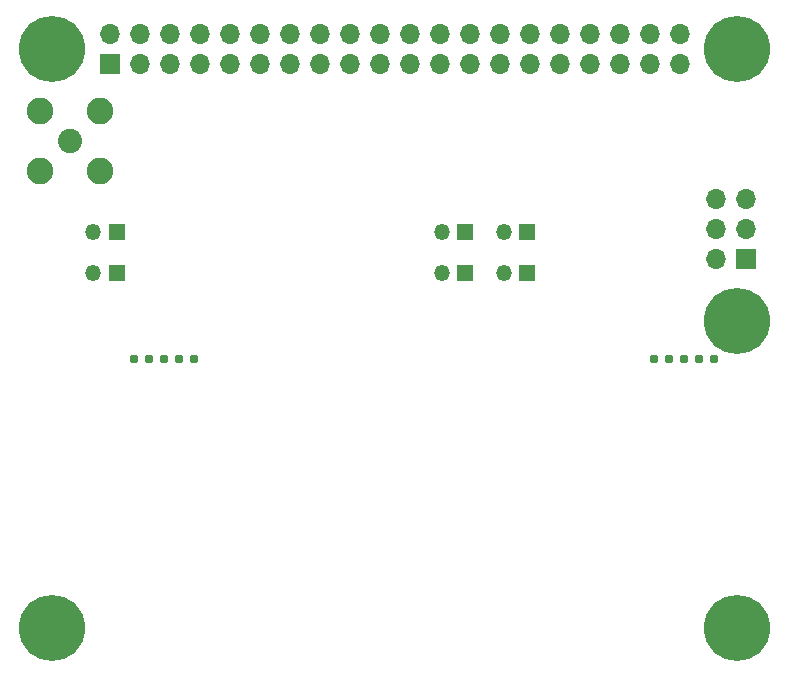
<source format=gbr>
%TF.GenerationSoftware,KiCad,Pcbnew,7.0.9*%
%TF.CreationDate,2024-04-30T18:34:20-07:00*%
%TF.ProjectId,WSPRzero,57535052-7a65-4726-9f2e-6b696361645f,rev?*%
%TF.SameCoordinates,Original*%
%TF.FileFunction,Soldermask,Bot*%
%TF.FilePolarity,Negative*%
%FSLAX46Y46*%
G04 Gerber Fmt 4.6, Leading zero omitted, Abs format (unit mm)*
G04 Created by KiCad (PCBNEW 7.0.9) date 2024-04-30 18:34:20*
%MOMM*%
%LPD*%
G01*
G04 APERTURE LIST*
%ADD10C,5.600000*%
%ADD11R,1.350000X1.350000*%
%ADD12O,1.350000X1.350000*%
%ADD13C,0.787400*%
%ADD14C,2.050000*%
%ADD15C,2.250000*%
%ADD16R,1.700000X1.700000*%
%ADD17O,1.700000X1.700000*%
G04 APERTURE END LIST*
D10*
%TO.C,H3*%
X111500000Y-76500000D03*
%TD*%
D11*
%TO.C,J4*%
X93750000Y-69000000D03*
D12*
X91750000Y-69000000D03*
%TD*%
D13*
%TO.C,H6*%
X104460000Y-79746000D03*
X105730000Y-79746000D03*
X107000000Y-79746000D03*
X108270000Y-79746000D03*
X109540000Y-79746000D03*
%TD*%
D11*
%TO.C,J9*%
X59000000Y-69000000D03*
D12*
X57000000Y-69000000D03*
%TD*%
D13*
%TO.C,H7*%
X60460000Y-79746000D03*
X61730000Y-79746000D03*
X63000000Y-79746000D03*
X64270000Y-79746000D03*
X65540000Y-79746000D03*
%TD*%
D11*
%TO.C,J1*%
X93750000Y-72500000D03*
D12*
X91750000Y-72500000D03*
%TD*%
D11*
%TO.C,J7*%
X88500000Y-69000000D03*
D12*
X86500000Y-69000000D03*
%TD*%
D14*
%TO.C,J3*%
X55000000Y-61250000D03*
D15*
X57540000Y-58710000D03*
X52460000Y-58710000D03*
X57540000Y-63790000D03*
X52460000Y-63790000D03*
%TD*%
D10*
%TO.C,H2*%
X111500000Y-53500000D03*
%TD*%
%TO.C,H1*%
X53500000Y-53500000D03*
%TD*%
%TO.C,H5*%
X53500000Y-102500000D03*
%TD*%
%TO.C,H4*%
X111500000Y-102500000D03*
%TD*%
D11*
%TO.C,J5*%
X88500000Y-72500000D03*
D12*
X86500000Y-72500000D03*
%TD*%
D16*
%TO.C,J6*%
X112275000Y-71275000D03*
D17*
X109735000Y-71275000D03*
X112275000Y-68735000D03*
X109735000Y-68735000D03*
X112275000Y-66195000D03*
X109735000Y-66195000D03*
%TD*%
D11*
%TO.C,J8*%
X59000000Y-72500000D03*
D12*
X57000000Y-72500000D03*
%TD*%
D16*
%TO.C,J2*%
X58400000Y-54790000D03*
D17*
X58400000Y-52250000D03*
X60940000Y-54790000D03*
X60940000Y-52250000D03*
X63480000Y-54790000D03*
X63480000Y-52250000D03*
X66020000Y-54790000D03*
X66020000Y-52250000D03*
X68560000Y-54790000D03*
X68560000Y-52250000D03*
X71100000Y-54790000D03*
X71100000Y-52250000D03*
X73640000Y-54790000D03*
X73640000Y-52250000D03*
X76180000Y-54790000D03*
X76180000Y-52250000D03*
X78720000Y-54790000D03*
X78720000Y-52250000D03*
X81260000Y-54790000D03*
X81260000Y-52250000D03*
X83800000Y-54790000D03*
X83800000Y-52250000D03*
X86340000Y-54790000D03*
X86340000Y-52250000D03*
X88880000Y-54790000D03*
X88880000Y-52250000D03*
X91420000Y-54790000D03*
X91420000Y-52250000D03*
X93960000Y-54790000D03*
X93960000Y-52250000D03*
X96500000Y-54790000D03*
X96500000Y-52250000D03*
X99040000Y-54790000D03*
X99040000Y-52250000D03*
X101580000Y-54790000D03*
X101580000Y-52250000D03*
X104120000Y-54790000D03*
X104120000Y-52250000D03*
X106660000Y-54790000D03*
X106660000Y-52250000D03*
%TD*%
M02*

</source>
